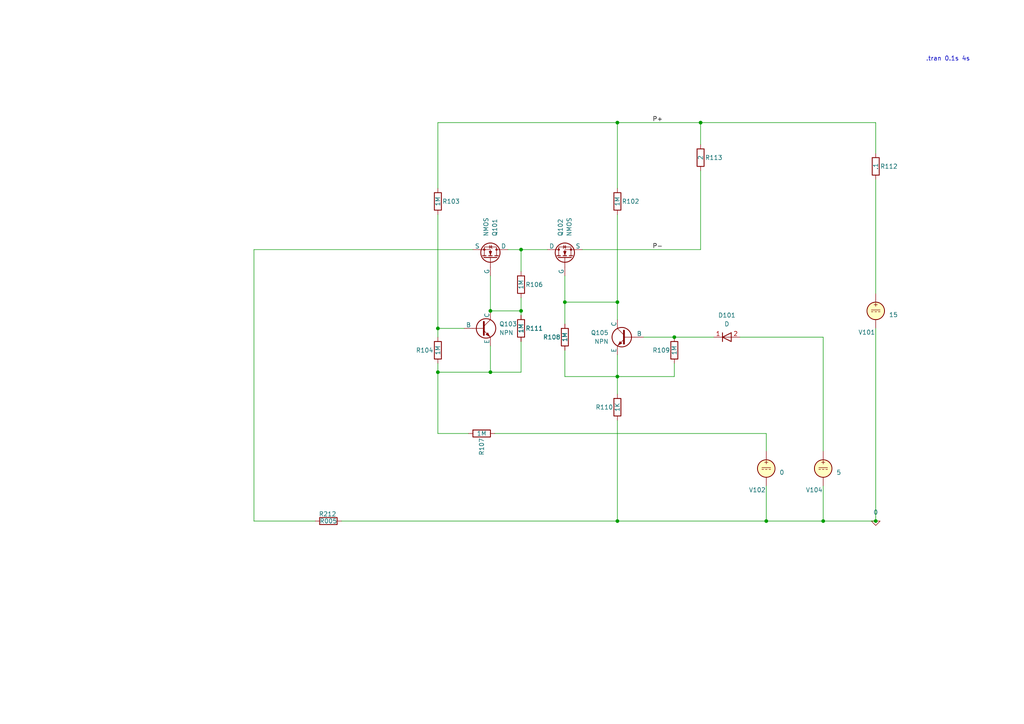
<source format=kicad_sch>
(kicad_sch (version 20250114) (generator "eeschema") (generator_version "9.0")
  (paper "A4")
  (lib_symbols
    (symbol "Device:R" (pin_numbers (hide yes)) (pin_names (offset 0))
      (property "Reference" "R" (at 2.032 0 90))
      (property "Value" "R" (at 0 0 90))
      (symbol "R_0_1"
        (rectangle (start -1.016 -2.54) (end 1.016 2.54) (stroke (width 0.254)))
      )
      (symbol "R_1_1"
        (pin passive line (at 0 3.81 270) (length 1.27) (name "~") (number "1"))
        (pin passive line (at 0 -3.81 90) (length 1.27) (name "~") (number "2"))
      )
    )
    (symbol "Simulation_SPICE:0" (power) (pin_names (offset 0))
      (property "Value" "0" (at 0 -1.778 0))
      (symbol "0_0_1"
        (polyline (pts (xy -1.27 0) (xy 0 -1.27) (xy 1.27 0) (xy -1.27 0)))
      )
      (symbol "0_1_1"
        (pin power_in line (at 0 0 0) (length 0) (hide yes) (name "0") (number "1"))
      )
    )
    (symbol "Simulation_SPICE:D" (pin_names (offset 1.016) (hide yes))
      (property "Reference" "D" (at 0 2.54 0))
      (property "Value" "D" (at 0 -2.54 0))
      (symbol "D_0_1"
        (polyline (pts (xy -1.27 1.27) (xy -1.27 -1.27)) (stroke (width 0.254)))
        (polyline (pts (xy 1.27 1.27) (xy 1.27 -1.27) (xy -1.27 0) (xy 1.27 1.27)) (stroke (width 0.254)))
        (polyline (pts (xy 1.27 0) (xy -1.27 0)))
      )
      (symbol "D_1_1"
        (pin passive line (at -3.81 0 0) (length 2.54) (name "K") (number "1"))
        (pin passive line (at 3.81 0 180) (length 2.54) (name "A") (number "2"))
      )
    )
    (symbol "Simulation_SPICE:NMOS" (pin_numbers (hide yes)) (pin_names (offset 0))
      (property "Reference" "Q" (at 5.08 1.27 0))
      (property "Value" "NMOS" (at 5.08 -1.27 0))
      (symbol "NMOS_0_1"
        (polyline (pts (xy 0.254 1.905) (xy 0.254 -1.905)) (stroke (width 0.254)))
        (polyline (pts (xy 0.254 0) (xy -2.54 0)))
        (polyline (pts (xy 0.762 2.286) (xy 0.762 1.27)) (stroke (width 0.254)))
        (polyline (pts (xy 0.762 0.508) (xy 0.762 -0.508)) (stroke (width 0.254)))
        (polyline (pts (xy 0.762 -1.27) (xy 0.762 -2.286)) (stroke (width 0.254)))
        (polyline (pts (xy 0.762 -1.778) (xy 3.302 -1.778) (xy 3.302 1.778) (xy 0.762 1.778)))
        (polyline (pts (xy 1.016 0) (xy 2.032 0.381) (xy 2.032 -0.381) (xy 1.016 0)) (fill (type outline)))
        (circle (center 1.651 0) (radius 2.794) (stroke (width 0.254)))
        (polyline (pts (xy 2.54 2.54) (xy 2.54 1.778)))
        (circle (center 2.54 1.778) (radius 0.254) (fill (type outline)))
        (circle (center 2.54 -1.778) (radius 0.254) (fill (type outline)))
        (polyline (pts (xy 2.54 -2.54) (xy 2.54 0) (xy 0.762 0)))
        (polyline (pts (xy 2.794 0.508) (xy 2.921 0.381) (xy 3.683 0.381) (xy 3.81 0.254)))
        (polyline (pts (xy 3.302 0.381) (xy 2.921 -0.254) (xy 3.683 -0.254) (xy 3.302 0.381)))
      )
      (symbol "NMOS_1_1"
        (pin input line (at -5.08 0 0) (length 2.54) (name "G") (number "2"))
        (pin passive line (at 2.54 5.08 270) (length 2.54) (name "D") (number "1"))
        (pin passive line (at 2.54 -5.08 90) (length 2.54) (name "S") (number "3"))
      )
    )
    (symbol "Simulation_SPICE:NPN" (pin_numbers (hide yes)) (pin_names (offset 0))
      (property "Reference" "Q" (at -2.54 7.62 0))
      (property "Value" "NPN" (at -2.54 5.08 0))
      (symbol "NPN_0_1"
        (polyline (pts (xy -2.54 0) (xy 0.635 0)) (stroke (width 0.1524)))
        (polyline (pts (xy 0.635 1.905) (xy 0.635 -1.905) (xy 0.635 -1.905)) (stroke (width 0.508)))
        (polyline (pts (xy 0.635 0.635) (xy 2.54 2.54)))
        (polyline (pts (xy 0.635 -0.635) (xy 2.54 -2.54) (xy 2.54 -2.54)))
        (circle (center 1.27 0) (radius 2.8194) (stroke (width 0.254)))
        (polyline (pts (xy 1.27 -1.778) (xy 1.778 -1.27) (xy 2.286 -2.286) (xy 1.27 -1.778) (xy 1.27 -1.778)) (fill (type outline)))
        (polyline (pts (xy 2.794 -1.27) (xy 2.794 -1.27)) (stroke (width 0.1524)))
        (polyline (pts (xy 2.794 -1.27) (xy 2.794 -1.27)) (stroke (width 0.1524)))
      )
      (symbol "NPN_1_1"
        (pin input line (at -5.08 0 0) (length 2.54) (name "B") (number "2"))
        (pin open_collector line (at 2.54 5.08 270) (length 2.54) (name "C") (number "1"))
        (pin open_emitter line (at 2.54 -5.08 90) (length 2.54) (name "E") (number "3"))
      )
    )
    (symbol "Simulation_SPICE:VDC" (pin_numbers (hide yes)) (pin_names (offset 0.0254))
      (property "Reference" "V" (at 2.54 2.54 0))
      (property "Value" "1" (at 2.54 0 0))
      (symbol "VDC_0_0"
        (polyline (pts (xy -1.27 0.254) (xy 1.27 0.254)))
        (polyline (pts (xy -0.762 -0.254) (xy -1.27 -0.254)))
        (polyline (pts (xy 0.254 -0.254) (xy -0.254 -0.254)))
        (polyline (pts (xy 1.27 -0.254) (xy 0.762 -0.254)))
        (text "+" (at 0 1.905 0) (effects (font (size 1.27 1.27))))
      )
      (symbol "VDC_0_1"
        (circle (center 0 0) (radius 2.54) (stroke (width 0.254)) (fill (type background)))
      )
      (symbol "VDC_1_1"
        (pin passive line (at 0 5.08 270) (length 2.54) (name "~") (number "1"))
        (pin passive line (at 0 -5.08 90) (length 2.54) (name "~") (number "2"))
      )
    )
  )
  (text ".tran 0.1s 4s" (at 274.955 17.145 0) (effects (font (size 1.27 1.27))))
  (junction (at 238.76 151.13))
  (junction (at 151.13 72.39))
  (junction (at 222.25 151.13))
  (junction (at 179.07 151.13))
  (junction (at 142.24 90.17))
  (junction (at 163.83 87.63))
  (junction (at 179.07 87.63))
  (junction (at 142.24 107.95))
  (junction (at 179.07 35.56))
  (junction (at 203.2 35.56))
  (junction (at 151.13 90.17))
  (junction (at 195.58 97.79))
  (junction (at 179.07 109.22))
  (junction (at 254 151.13))
  (junction (at 127 107.95))
  (junction (at 127 95.25))
  (wire (pts (xy 179.07 87.63) (xy 163.83 87.63)))
  (wire (pts (xy 179.07 121.92) (xy 179.07 151.13)))
  (wire (pts (xy 143.51 125.73) (xy 222.25 125.73)))
  (wire (pts (xy 151.13 72.39) (xy 151.13 78.74)))
  (wire (pts (xy 186.69 97.79) (xy 195.58 97.79)))
  (wire (pts (xy 195.58 109.22) (xy 195.58 105.41)))
  (wire (pts (xy 203.2 35.56) (xy 179.07 35.56)))
  (wire (pts (xy 163.83 109.22) (xy 179.07 109.22)))
  (wire (pts (xy 151.13 99.06) (xy 151.13 107.95)))
  (wire (pts (xy 127 107.95) (xy 142.24 107.95)))
  (wire (pts (xy 214.63 97.79) (xy 238.76 97.79)))
  (wire (pts (xy 151.13 86.36) (xy 151.13 90.17)))
  (wire (pts (xy 137.16 72.39) (xy 73.66 72.39)))
  (wire (pts (xy 254 35.56) (xy 254 44.45)))
  (wire (pts (xy 203.2 35.56) (xy 203.2 41.91)))
  (wire (pts (xy 238.76 130.81) (xy 238.76 97.79)))
  (wire (pts (xy 127 125.73) (xy 135.89 125.73)))
  (wire (pts (xy 127 95.25) (xy 134.62 95.25)))
  (wire (pts (xy 222.25 151.13) (xy 238.76 151.13)))
  (wire (pts (xy 127 97.79) (xy 127 95.25)))
  (wire (pts (xy 151.13 72.39) (xy 158.75 72.39)))
  (wire (pts (xy 73.66 72.39) (xy 73.66 151.13)))
  (wire (pts (xy 163.83 87.63) (xy 163.83 93.98)))
  (wire (pts (xy 254 95.25) (xy 254 151.13)))
  (wire (pts (xy 238.76 151.13) (xy 254 151.13)))
  (wire (pts (xy 254 52.07) (xy 254 85.09)))
  (wire (pts (xy 179.07 62.23) (xy 179.07 87.63)))
  (wire (pts (xy 127 105.41) (xy 127 107.95)))
  (wire (pts (xy 163.83 101.6) (xy 163.83 109.22)))
  (wire (pts (xy 99.06 151.13) (xy 179.07 151.13)))
  (wire (pts (xy 179.07 102.87) (xy 179.07 109.22)))
  (wire (pts (xy 195.58 97.79) (xy 207.01 97.79)))
  (wire (pts (xy 203.2 72.39) (xy 168.91 72.39)))
  (wire (pts (xy 127 107.95) (xy 127 125.73)))
  (wire (pts (xy 179.07 87.63) (xy 179.07 92.71)))
  (wire (pts (xy 203.2 35.56) (xy 254 35.56)))
  (wire (pts (xy 238.76 140.97) (xy 238.76 151.13)))
  (wire (pts (xy 151.13 91.44) (xy 151.13 90.17)))
  (wire (pts (xy 142.24 100.33) (xy 142.24 107.95)))
  (wire (pts (xy 73.66 151.13) (xy 91.44 151.13)))
  (wire (pts (xy 127 35.56) (xy 179.07 35.56)))
  (wire (pts (xy 222.25 125.73) (xy 222.25 130.81)))
  (wire (pts (xy 179.07 109.22) (xy 179.07 114.3)))
  (wire (pts (xy 127 35.56) (xy 127 54.61)))
  (wire (pts (xy 151.13 90.17) (xy 142.24 90.17)))
  (wire (pts (xy 222.25 140.97) (xy 222.25 151.13)))
  (wire (pts (xy 151.13 107.95) (xy 142.24 107.95)))
  (wire (pts (xy 142.24 80.01) (xy 142.24 90.17)))
  (wire (pts (xy 147.32 72.39) (xy 151.13 72.39)))
  (wire (pts (xy 179.07 35.56) (xy 179.07 54.61)))
  (wire (pts (xy 163.83 80.01) (xy 163.83 87.63)))
  (wire (pts (xy 127 62.23) (xy 127 95.25)))
  (wire (pts (xy 179.07 151.13) (xy 222.25 151.13)))
  (wire (pts (xy 179.07 109.22) (xy 195.58 109.22)))
  (wire (pts (xy 203.2 49.53) (xy 203.2 72.39)))
  (label "P+" (at 189.23 35.56 0))
  (label "P-" (at 189.23 72.39 0))
  (symbol (lib_id "Device:R") (at 151.13 95.25 0) (mirror x) (unit 1)
    (property "Reference" "R111" (at 152.4 95.25 0) (effects (justify left)))
    (property "Value" "1M" (at 151.13 95.25 90))
    (property "Footprint" "A_Device:R_0603" (effects (hide yes)))
    (property "LCSC" "C22935" (effects (hide yes)))
  )
  (symbol (lib_id "Device:R") (at 95.25 151.13 270) (mirror x) (unit 1)
    (property "Reference" "R212" (at 92.456 149.098 90) (effects (justify left)))
    (property "Value" "R005" (at 95.25 151.13 90))
    (property "Footprint" "Resistor_SMD:R_2512_6332Metric_Pad1.40x3.35mm_HandSolder" (effects (hide yes)))
    (property "LCSC" "C3013385" (effects (hide yes)))
  )
  (symbol (lib_id "Simulation_SPICE:D") (at 210.82 97.79 0) (unit 1)
    (property "Reference" "D101" (at 210.82 91.44 0))
    (property "Value" "D" (at 210.82 93.98 0))
    (property "Datasheet" "https://ngspice.sourceforge.io/docs/ngspice-html-manual/manual.xhtml#cha_DIODEs" (effects (hide yes)))
    (property "Description" "Diode for simulation or PCB" (effects (hide yes)))
    (property "Sim.Device" "D" (effects (hide yes)))
    (property "Sim.Pins" "1=K 2=A" (effects (hide yes)))
    (property "Sim.Params" "rs=50m cjo=10p" (effects (hide yes)))
  )
  (symbol (lib_id "Device:R") (at 127 58.42 0) (unit 1)
    (property "Reference" "R103" (at 128.27 58.42 0) (effects (justify left)))
    (property "Value" "1M" (at 127 58.42 90))
    (property "Footprint" "A_Device:R_0603" (effects (hide yes)))
    (property "LCSC" "C22935" (effects (hide yes)))
  )
  (symbol (lib_id "Device:R") (at 195.58 101.6 0) (unit 1)
    (property "Reference" "R109" (at 189.23 101.6 0) (effects (justify left)))
    (property "Value" "1M" (at 195.58 101.6 90))
    (property "Footprint" "A_Device:R_0603" (effects (hide yes)))
    (property "LCSC" "C22935" (effects (hide yes)))
  )
  (symbol (lib_id "Device:R") (at 179.07 118.11 0) (unit 1)
    (property "Reference" "R110" (at 172.72 118.11 0) (effects (justify left)))
    (property "Value" "1K" (at 179.07 118.11 90))
    (property "Footprint" "A_Device:R_0603" (effects (hide yes)))
    (property "LCSC" "C22935" (effects (hide yes)))
  )
  (symbol (lib_id "Simulation_SPICE:NPN") (at 139.7 95.25 0) (unit 1)
    (property "Reference" "Q103" (at 144.78 93.9799 0) (effects (justify left)))
    (property "Value" "NPN" (at 144.78 96.5199 0) (effects (justify left)))
    (property "Datasheet" "https://ngspice.sourceforge.io/docs/ngspice-html-manual/manual.xhtml#cha_BJTs" (effects (hide yes)))
    (property "Description" "Bipolar transistor symbol for simulation only, substrate tied to the emitter" (effects (hide yes)))
    (property "Sim.Device" "NPN" (effects (hide yes)))
    (property "Sim.Type" "GUMMELPOON" (effects (hide yes)))
    (property "Sim.Pins" "1=C 2=B 3=E" (effects (hide yes)))
  )
  (symbol (lib_id "Device:R") (at 203.2 45.72 0) (unit 1)
    (property "Reference" "R113" (at 204.47 45.72 0) (effects (justify left)))
    (property "Value" "2" (at 203.2 45.72 90))
    (property "Footprint" "A_Device:R_0603" (effects (hide yes)))
    (property "LCSC" "C22935" (effects (hide yes)))
  )
  (symbol (lib_id "Device:R") (at 163.83 97.79 0) (unit 1)
    (property "Reference" "R108" (at 157.48 97.79 0) (effects (justify left)))
    (property "Value" "1M" (at 163.83 97.79 90))
    (property "Footprint" "A_Device:R_0603" (effects (hide yes)))
    (property "LCSC" "C22935" (effects (hide yes)))
  )
  (symbol (lib_id "Simulation_SPICE:VDC") (at 222.25 135.89 0) (unit 1)
    (property "Reference" "V102" (at 217.17 142.1101 0) (effects (justify left)))
    (property "Value" "0" (at 226.06 137.0301 0) (effects (justify left)))
    (property "Datasheet" "https://ngspice.sourceforge.io/docs/ngspice-html-manual/manual.xhtml#sec_Independent_Sources_for" (effects (hide yes)))
    (property "Description" "Voltage source, DC" (effects (hide yes)))
    (property "Sim.Pins" "1=+ 2=-" (effects (hide yes)))
    (property "Sim.Type" "DC" (effects (hide yes)))
    (property "Sim.Device" "V" (effects (hide yes)))
  )
  (symbol (lib_id "Device:R") (at 139.7 125.73 90) (mirror x) (unit 1)
    (property "Reference" "R107" (at 139.7 127 0) (effects (justify left)))
    (property "Value" "1M" (at 139.7 125.73 90))
    (property "Footprint" "A_Device:R_0603" (effects (hide yes)))
    (property "LCSC" "C22935" (effects (hide yes)))
  )
  (symbol (lib_id "Device:R") (at 179.07 58.42 0) (unit 1)
    (property "Reference" "R102" (at 180.34 58.42 0) (effects (justify left)))
    (property "Value" "1M" (at 179.07 58.42 90))
    (property "Footprint" "A_Device:R_0603" (effects (hide yes)))
    (property "LCSC" "C22935" (effects (hide yes)))
  )
  (symbol (lib_id "Simulation_SPICE:NPN") (at 181.61 97.79 0) (mirror y) (unit 1)
    (property "Reference" "Q105" (at 176.53 96.5199 0) (effects (justify left)))
    (property "Value" "NPN" (at 176.53 99.0599 0) (effects (justify left)))
    (property "Datasheet" "https://ngspice.sourceforge.io/docs/ngspice-html-manual/manual.xhtml#cha_BJTs" (effects (hide yes)))
    (property "Description" "Bipolar transistor symbol for simulation only, substrate tied to the emitter" (effects (hide yes)))
    (property "Sim.Device" "NPN" (effects (hide yes)))
    (property "Sim.Type" "GUMMELPOON" (effects (hide yes)))
    (property "Sim.Pins" "1=C 2=B 3=E" (effects (hide yes)))
  )
  (symbol (lib_id "Device:R") (at 127 101.6 0) (mirror y) (unit 1)
    (property "Reference" "R104" (at 125.73 101.6 0) (effects (justify left)))
    (property "Value" "1M" (at 127 101.6 90))
    (property "Footprint" "A_Device:R_0603" (effects (hide yes)))
    (property "LCSC" "C22935" (effects (hide yes)))
  )
  (symbol (lib_id "Simulation_SPICE:VDC") (at 238.76 135.89 0) (unit 1)
    (property "Reference" "V104" (at 233.68 142.1101 0) (effects (justify left)))
    (property "Value" "5" (at 242.57 137.0301 0) (effects (justify left)))
    (property "Datasheet" "https://ngspice.sourceforge.io/docs/ngspice-html-manual/manual.xhtml#sec_Independent_Sources_for" (effects (hide yes)))
    (property "Description" "Voltage source, DC" (effects (hide yes)))
    (property "Sim.Pins" "1=+ 2=-" (effects (hide yes)))
    (property "Sim.Type" "DC" (effects (hide yes)))
    (property "Sim.Device" "V" (effects (hide yes)))
  )
  (symbol (lib_id "Simulation_SPICE:NMOS") (at 163.83 74.93 90) (unit 1)
    (property "Reference" "Q102" (at 162.5599 68.58 0) (effects (justify left)))
    (property "Value" "NMOS" (at 165.0999 68.58 0) (effects (justify left)))
    (property "Datasheet" "https://ngspice.sourceforge.io/docs/ngspice-html-manual/manual.xhtml#cha_MOSFETs" (effects (hide yes)))
    (property "Description" "N-MOSFET transistor, drain/source/gate" (effects (hide yes)))
    (property "Sim.Device" "NMOS" (effects (hide yes)))
    (property "Sim.Type" "VDMOS" (effects (hide yes)))
    (property "Sim.Pins" "1=D 2=G 3=S" (effects (hide yes)))
  )
  (symbol (lib_id "Simulation_SPICE:0") (at 254 151.13 0) (unit 1)
    (property "Reference" "#GND0101" (effects (hide yes)))
    (property "Value" "0" (at 254 148.59 0))
  )
  (symbol (lib_id "Device:R") (at 151.13 82.55 0) (mirror x) (unit 1)
    (property "Reference" "R106" (at 152.4 82.55 0) (effects (justify left)))
    (property "Value" "1M" (at 151.13 82.55 90))
    (property "Footprint" "A_Device:R_0603" (effects (hide yes)))
    (property "LCSC" "C22935" (effects (hide yes)))
  )
  (symbol (lib_id "Simulation_SPICE:VDC") (at 254 90.17 0) (unit 1)
    (property "Reference" "V101" (at 248.92 96.3901 0) (effects (justify left)))
    (property "Value" "15" (at 257.81 91.3101 0) (effects (justify left)))
    (property "Datasheet" "https://ngspice.sourceforge.io/docs/ngspice-html-manual/manual.xhtml#sec_Independent_Sources_for" (effects (hide yes)))
    (property "Description" "Voltage source, DC" (effects (hide yes)))
    (property "Sim.Pins" "1=+ 2=-" (effects (hide yes)))
    (property "Sim.Type" "DC" (effects (hide yes)))
    (property "Sim.Device" "V" (effects (hide yes)))
  )
  (symbol (lib_id "Simulation_SPICE:NMOS") (at 142.24 74.93 270) (mirror x) (unit 1)
    (property "Reference" "Q101" (at 143.5101 68.58 0) (effects (justify left)))
    (property "Value" "NMOS" (at 140.9701 68.58 0) (effects (justify left)))
    (property "Datasheet" "https://ngspice.sourceforge.io/docs/ngspice-html-manual/manual.xhtml#cha_MOSFETs" (effects (hide yes)))
    (property "Description" "N-MOSFET transistor, drain/source/gate" (effects (hide yes)))
    (property "Sim.Device" "NMOS" (effects (hide yes)))
    (property "Sim.Type" "VDMOS" (effects (hide yes)))
    (property "Sim.Pins" "1=D 2=G 3=S" (effects (hide yes)))
  )
  (symbol (lib_id "Device:R") (at 254 48.26 0) (unit 1)
    (property "Reference" "R112" (at 255.27 48.26 0) (effects (justify left)))
    (property "Value" ".1" (at 254 48.26 90))
    (property "Footprint" "A_Device:R_0603" (effects (hide yes)))
    (property "LCSC" "C22935" (effects (hide yes)))
  )
)
</source>
